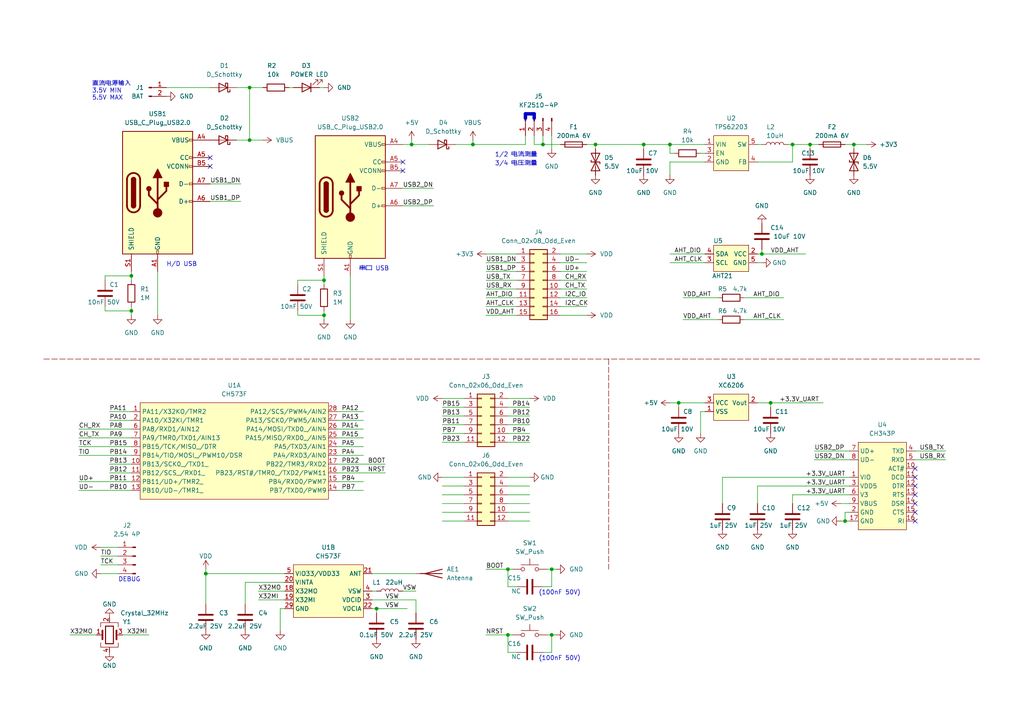
<source format=kicad_sch>
(kicad_sch (version 20211123) (generator eeschema)
  (paper "A4")
  (lib_symbols
    (symbol "CH573F_1"
      (property "Reference" "U" (at 1.27 1.27 0))
      (property "Value" "CH573F_1" (at 3.81 -29.21 0))
      (symbol "CH573F_1_1_0"
        (pin bidirectional line (at -2.54 -2.54 0) (length 2.54) (name "PA11/X32KO/TMR2") (number "1"))
        (pin bidirectional line (at -2.54 -17.78 0) (length 2.54) (name "PB13/SCK0_/TXD1_") (number "10"))
        (pin bidirectional line (at -2.54 -20.32 0) (length 2.54) (name "PB12/SCS_/RXD1_") (number "11"))
        (pin bidirectional line (at -2.54 -22.86 0) (length 2.54) (name "PB11/UD+/TMR2_") (number "12"))
        (pin bidirectional line (at -2.54 -25.4 0) (length 2.54) (name "PB10/UD-/TMR1_") (number "13"))
        (pin bidirectional line (at 57.15 -25.4 180) (length 2.54) (name "PB7/TXD0/PWM9") (number "14"))
        (pin bidirectional line (at 57.15 -22.86 180) (length 2.54) (name "PB4/RXD0/PWM7") (number "15"))
        (pin bidirectional line (at 57.15 -20.32 180) (length 2.54) (name "PB23/RST#/TMR0_/TXD2/PWM11") (number "16"))
        (pin bidirectional line (at 57.15 -17.78 180) (length 2.54) (name "PB22/TMR3/RXD2") (number "17"))
        (pin bidirectional line (at -2.54 -5.08 0) (length 2.54) (name "PA10/X32KI/TMR1") (number "2"))
        (pin bidirectional line (at 57.15 -15.24 180) (length 2.54) (name "PA4/RXD3/AIN0") (number "23"))
        (pin bidirectional line (at 57.15 -12.7 180) (length 2.54) (name "PA5/TXD3/AIN1") (number "24"))
        (pin bidirectional line (at 57.15 -10.16 180) (length 2.54) (name "PA15/MISO/RXD0_/AIN5") (number "25"))
        (pin bidirectional line (at 57.15 -7.62 180) (length 2.54) (name "PA14/MOSI/TXD0_/AIN4") (number "26"))
        (pin bidirectional line (at 57.15 -5.08 180) (length 2.54) (name "PA13/SCK0/PWM5/AIN3") (number "27"))
        (pin bidirectional line (at 57.15 -2.54 180) (length 2.54) (name "PA12/SCS/PWM4/AIN2") (number "28"))
        (pin bidirectional line (at -2.54 -7.62 0) (length 2.54) (name "PA8/RXD1/AIN12") (number "6"))
        (pin bidirectional line (at -2.54 -10.16 0) (length 2.54) (name "PA9/TMR0/TXD1/AIN13") (number "7"))
        (pin bidirectional line (at -2.54 -12.7 0) (length 2.54) (name "PB15/TCK/MISO_/DTR") (number "8"))
        (pin bidirectional line (at -2.54 -15.24 0) (length 2.54) (name "PB14/TIO/MOSI_/PWM10/DSR") (number "9"))
      )
      (symbol "CH573F_1_2_0"
        (pin output line (at -2.54 -7.62 0) (length 2.54) (name "X32MO") (number "18"))
        (pin input line (at -2.54 -10.16 0) (length 2.54) (name "X32MI") (number "19"))
        (pin power_in line (at -2.54 -5.08 0) (length 2.54) (name "VINTA") (number "20"))
        (pin output line (at 22.86 -2.54 180) (length 2.54) (name "ANT") (number "21"))
        (pin power_in line (at 22.86 -12.7 180) (length 2.54) (name "VDCIA") (number "22"))
        (pin power_in line (at 22.86 -10.16 180) (length 2.54) (name "VDCID") (number "3"))
        (pin power_out line (at 22.86 -7.62 180) (length 2.54) (name "VSW") (number "4"))
        (pin power_in line (at -2.54 -2.54 0) (length 2.54) (name "VIO33/VDD33") (number "5"))
      )
      (symbol "CH573F_1_2_1"
        (pin passive line (at -2.54 -12.7 0) (length 2.54) (name "GND") (number "29"))
      )
    )
    (symbol "Connector:Conn_01x02_Male" (pin_names (offset 1.016) hide)
      (property "Reference" "J" (at 0 2.54 0))
      (property "Value" "Conn_01x02_Male" (at 0 -5.08 0))
      (symbol "Conn_01x02_Male_1_1"
        (pin passive line (at 5.08 0 180) (length 3.81) (name "Pin_1") (number "1"))
        (pin passive line (at 5.08 -2.54 180) (length 3.81) (name "Pin_2") (number "2"))
      )
    )
    (symbol "Connector:Conn_01x04_Male" (pin_names (offset 1.016) hide)
      (property "Reference" "J" (at 0 5.08 0))
      (property "Value" "Conn_01x04_Male" (at 0 -7.62 0))
      (symbol "Conn_01x04_Male_1_1"
        (pin passive line (at 5.08 2.54 180) (length 3.81) (name "Pin_1") (number "1"))
        (pin passive line (at 5.08 0 180) (length 3.81) (name "Pin_2") (number "2"))
        (pin passive line (at 5.08 -2.54 180) (length 3.81) (name "Pin_3") (number "3"))
        (pin passive line (at 5.08 -5.08 180) (length 3.81) (name "Pin_4") (number "4"))
      )
    )
    (symbol "Connector:USB_C_Plug_USB2.0" (pin_names (offset 1.016))
      (property "Reference" "P" (at -10.16 19.05 0))
      (property "Value" "USB_C_Plug_USB2.0" (at 12.7 19.05 0))
      (symbol "USB_C_Plug_USB2.0_1_1"
        (pin passive line (at 0 -22.86 90) (length 5.08) (name "GND") (number "A1"))
        (pin passive line (at 0 -22.86 90) (length 5.08) hide (name "GND") (number "A12"))
        (pin passive line (at 15.24 15.24 180) (length 5.08) (name "VBUS") (number "A4"))
        (pin bidirectional line (at 15.24 10.16 180) (length 5.08) (name "CC") (number "A5"))
        (pin bidirectional line (at 15.24 -2.54 180) (length 5.08) (name "D+") (number "A6"))
        (pin bidirectional line (at 15.24 2.54 180) (length 5.08) (name "D-") (number "A7"))
        (pin passive line (at 15.24 15.24 180) (length 5.08) hide (name "VBUS") (number "A9"))
        (pin passive line (at 0 -22.86 90) (length 5.08) hide (name "GND") (number "B1"))
        (pin passive line (at 0 -22.86 90) (length 5.08) hide (name "GND") (number "B12"))
        (pin passive line (at 15.24 15.24 180) (length 5.08) hide (name "VBUS") (number "B4"))
        (pin bidirectional line (at 15.24 7.62 180) (length 5.08) (name "VCONN") (number "B5"))
        (pin passive line (at 15.24 15.24 180) (length 5.08) hide (name "VBUS") (number "B9"))
        (pin passive line (at -7.62 -22.86 90) (length 5.08) (name "SHIELD") (number "S1"))
      )
    )
    (symbol "Connector_Generic:Conn_02x06_Odd_Even" (pin_names (offset 1.016) hide)
      (property "Reference" "J" (at 1.27 7.62 0))
      (property "Value" "Conn_02x06_Odd_Even" (at 1.27 -10.16 0))
      (symbol "Conn_02x06_Odd_Even_1_1"
        (pin passive line (at -5.08 5.08 0) (length 3.81) (name "Pin_1") (number "1"))
        (pin passive line (at 7.62 -5.08 180) (length 3.81) (name "Pin_10") (number "10"))
        (pin passive line (at -5.08 -7.62 0) (length 3.81) (name "Pin_11") (number "11"))
        (pin passive line (at 7.62 -7.62 180) (length 3.81) (name "Pin_12") (number "12"))
        (pin passive line (at 7.62 5.08 180) (length 3.81) (name "Pin_2") (number "2"))
        (pin passive line (at -5.08 2.54 0) (length 3.81) (name "Pin_3") (number "3"))
        (pin passive line (at 7.62 2.54 180) (length 3.81) (name "Pin_4") (number "4"))
        (pin passive line (at -5.08 0 0) (length 3.81) (name "Pin_5") (number "5"))
        (pin passive line (at 7.62 0 180) (length 3.81) (name "Pin_6") (number "6"))
        (pin passive line (at -5.08 -2.54 0) (length 3.81) (name "Pin_7") (number "7"))
        (pin passive line (at 7.62 -2.54 180) (length 3.81) (name "Pin_8") (number "8"))
        (pin passive line (at -5.08 -5.08 0) (length 3.81) (name "Pin_9") (number "9"))
      )
    )
    (symbol "Connector_Generic:Conn_02x08_Odd_Even" (pin_names (offset 1.016) hide)
      (property "Reference" "J" (at 1.27 10.16 0))
      (property "Value" "Conn_02x08_Odd_Even" (at 1.27 -12.7 0))
      (symbol "Conn_02x08_Odd_Even_1_1"
        (pin passive line (at -5.08 7.62 0) (length 3.81) (name "Pin_1") (number "1"))
        (pin passive line (at 7.62 -2.54 180) (length 3.81) (name "Pin_10") (number "10"))
        (pin passive line (at -5.08 -5.08 0) (length 3.81) (name "Pin_11") (number "11"))
        (pin passive line (at 7.62 -5.08 180) (length 3.81) (name "Pin_12") (number "12"))
        (pin passive line (at -5.08 -7.62 0) (length 3.81) (name "Pin_13") (number "13"))
        (pin passive line (at 7.62 -7.62 180) (length 3.81) (name "Pin_14") (number "14"))
        (pin passive line (at -5.08 -10.16 0) (length 3.81) (name "Pin_15") (number "15"))
        (pin passive line (at 7.62 -10.16 180) (length 3.81) (name "Pin_16") (number "16"))
        (pin passive line (at 7.62 7.62 180) (length 3.81) (name "Pin_2") (number "2"))
        (pin passive line (at -5.08 5.08 0) (length 3.81) (name "Pin_3") (number "3"))
        (pin passive line (at 7.62 5.08 180) (length 3.81) (name "Pin_4") (number "4"))
        (pin passive line (at -5.08 2.54 0) (length 3.81) (name "Pin_5") (number "5"))
        (pin passive line (at 7.62 2.54 180) (length 3.81) (name "Pin_6") (number "6"))
        (pin passive line (at -5.08 0 0) (length 3.81) (name "Pin_7") (number "7"))
        (pin passive line (at 7.62 0 180) (length 3.81) (name "Pin_8") (number "8"))
        (pin passive line (at -5.08 -2.54 0) (length 3.81) (name "Pin_9") (number "9"))
      )
    )
    (symbol "Device:Antenna" (pin_numbers hide) (pin_names (offset 1.016) hide)
      (property "Reference" "AE" (at -1.905 1.905 0))
      (property "Value" "Antenna" (at -1.905 0 0))
      (symbol "Antenna_1_1"
        (pin input line (at 0 -5.08 90) (length 2.54) (name "A") (number "1"))
      )
    )
    (symbol "Device:C" (pin_numbers hide) (pin_names (offset 0.254))
      (property "Reference" "C" (at 0.635 2.54 0))
      (property "Value" "C" (at 0.635 -2.54 0))
      (symbol "C_1_1"
        (pin passive line (at 0 3.81 270) (length 2.794) (name "~") (number "1"))
        (pin passive line (at 0 -3.81 90) (length 2.794) (name "~") (number "2"))
      )
    )
    (symbol "Device:Crystal_GND24" (pin_names (offset 1.016) hide)
      (property "Reference" "Y" (at 3.175 5.08 0))
      (property "Value" "Crystal_GND24" (at 3.175 3.175 0))
      (symbol "Crystal_GND24_1_1"
        (pin passive line (at -3.81 0 0) (length 1.27) (name "1") (number "1"))
        (pin passive line (at 0 5.08 270) (length 1.27) (name "2") (number "2"))
        (pin passive line (at 3.81 0 180) (length 1.27) (name "3") (number "3"))
        (pin passive line (at 0 -5.08 90) (length 1.27) (name "4") (number "4"))
      )
    )
    (symbol "Device:D_Schottky" (pin_numbers hide) (pin_names (offset 1.016) hide)
      (property "Reference" "D" (at 0 2.54 0))
      (property "Value" "D_Schottky" (at 0 -2.54 0))
      (symbol "D_Schottky_1_1"
        (pin passive line (at -3.81 0 0) (length 2.54) (name "K") (number "1"))
        (pin passive line (at 3.81 0 180) (length 2.54) (name "A") (number "2"))
      )
    )
    (symbol "Device:D_TVS" (pin_numbers hide) (pin_names (offset 1.016) hide)
      (property "Reference" "D" (at 0 2.54 0))
      (property "Value" "D_TVS" (at 0 -2.54 0))
      (symbol "D_TVS_1_1"
        (pin passive line (at -3.81 0 0) (length 2.54) (name "A1") (number "1"))
        (pin passive line (at 3.81 0 180) (length 2.54) (name "A2") (number "2"))
      )
    )
    (symbol "Device:Fuse" (pin_numbers hide) (pin_names (offset 0))
      (property "Reference" "F" (at 2.032 0 90))
      (property "Value" "Fuse" (at -1.905 0 90))
      (symbol "Fuse_1_1"
        (pin passive line (at 0 3.81 270) (length 1.27) (name "~") (number "1"))
        (pin passive line (at 0 -3.81 90) (length 1.27) (name "~") (number "2"))
      )
    )
    (symbol "Device:L" (pin_numbers hide) (pin_names (offset 1.016) hide)
      (property "Reference" "L" (at -1.27 0 90))
      (property "Value" "L" (at 1.905 0 90))
      (symbol "L_1_1"
        (pin passive line (at 0 3.81 270) (length 1.27) (name "1") (number "1"))
        (pin passive line (at 0 -3.81 90) (length 1.27) (name "2") (number "2"))
      )
    )
    (symbol "Device:LED" (pin_numbers hide) (pin_names (offset 1.016) hide)
      (property "Reference" "D" (at 0 2.54 0))
      (property "Value" "LED" (at 0 -2.54 0))
      (symbol "LED_1_1"
        (pin passive line (at -3.81 0 0) (length 2.54) (name "K") (number "1"))
        (pin passive line (at 3.81 0 180) (length 2.54) (name "A") (number "2"))
      )
    )
    (symbol "Device:R" (pin_numbers hide) (pin_names (offset 0))
      (property "Reference" "R" (at 2.032 0 90))
      (property "Value" "R" (at 0 0 90))
      (symbol "R_1_1"
        (pin passive line (at 0 3.81 270) (length 1.27) (name "~") (number "1"))
        (pin passive line (at 0 -3.81 90) (length 1.27) (name "~") (number "2"))
      )
    )
    (symbol "NT_POWER:TPS62203"
      (property "Reference" "U" (at 0 0 0))
      (property "Value" "TPS62203" (at 0 0 0))
      (symbol "TPS62203_1_1"
        (pin power_in line (at -7.62 -3.81 0) (length 2.54) (name "VIN") (number "1"))
        (pin passive line (at -7.62 -8.89 0) (length 2.54) (name "GND") (number "2"))
        (pin input line (at -7.62 -6.35 0) (length 2.54) (name "EN") (number "3"))
        (pin input line (at 7.62 -8.89 180) (length 2.54) (name "FB") (number "4"))
        (pin power_in line (at 7.62 -3.81 180) (length 2.54) (name "SW") (number "5"))
      )
    )
    (symbol "NT_Sensor:AHT21"
      (property "Reference" "U" (at 3.81 0 0))
      (property "Value" "AHT21" (at -2.54 0 0))
      (symbol "AHT21_1_1"
        (pin input line (at -11.43 -12.7 0) (length 2.54) hide (name "NC") (number "1"))
        (pin power_in line (at 7.62 -3.81 180) (length 2.54) (name "VCC") (number "2"))
        (pin input line (at -7.62 -6.35 0) (length 2.54) (name "SCL") (number "3"))
        (pin bidirectional line (at -7.62 -3.81 0) (length 2.54) (name "SDA") (number "4"))
        (pin passive line (at 7.62 -6.35 180) (length 2.54) (name "GND") (number "5"))
        (pin input line (at -11.43 -15.24 0) (length 2.54) hide (name "NC") (number "6"))
      )
    )
    (symbol "NT_WCH:CH343P"
      (property "Reference" "U" (at 12.7 26.67 0))
      (property "Value" "CH343P" (at 3.81 26.67 0))
      (symbol "CH343P_0_0"
        (pin power_in line (at -2.54 15.24 0) (length 2.54) (name "VIO") (number "1"))
        (pin output line (at 16.51 17.78 180) (length 2.54) (name "ACT#") (number "10"))
        (pin input line (at 16.51 15.24 180) (length 2.54) (name "DCD") (number "11"))
        (pin bidirectional line (at 16.51 12.7 180) (length 2.54) (name "DTR") (number "12"))
        (pin output line (at 16.51 10.16 180) (length 2.54) (name "RTS") (number "13"))
        (pin input line (at 16.51 7.62 180) (length 2.54) (name "DSR") (number "14"))
        (pin bidirectional line (at 16.51 5.08 180) (length 2.54) (name "CTS") (number "15"))
        (pin unspecified line (at 16.51 2.54 180) (length 2.54) (name "RI") (number "16"))
        (pin passive line (at -2.54 2.54 0) (length 2.54) (name "GND") (number "17"))
        (pin passive line (at -2.54 5.08 0) (length 2.54) (name "GND") (number "2"))
        (pin power_in line (at -2.54 12.7 0) (length 2.54) (name "VDD5") (number "3"))
        (pin output line (at 16.51 22.86 180) (length 2.54) (name "TXD") (number "4"))
        (pin input line (at 16.51 20.32 180) (length 2.54) (name "RXD") (number "5"))
        (pin power_in line (at -2.54 10.16 0) (length 2.54) (name "V3") (number "6"))
        (pin bidirectional line (at -2.54 22.86 0) (length 2.54) (name "UD+") (number "7"))
        (pin bidirectional line (at -2.54 20.32 0) (length 2.54) (name "UD-") (number "8"))
        (pin input line (at -2.54 7.62 0) (length 2.54) (name "VBUS") (number "9"))
      )
    )
    (symbol "NT_WCH:CH573F"
      (property "Reference" "U" (at 1.27 1.27 0))
      (property "Value" "CH573F" (at 3.81 -29.21 0))
      (symbol "CH573F_1_0"
        (pin bidirectional line (at -2.54 -2.54 0) (length 2.54) (name "PA11/X32KO/TMR2") (number "1"))
        (pin bidirectional line (at -2.54 -17.78 0) (length 2.54) (name "PB13/SCK0_/TXD1_") (number "10"))
        (pin bidirectional line (at -2.54 -20.32 0) (length 2.54) (name "PB12/SCS_/RXD1_") (number "11"))
        (pin bidirectional line (at -2.54 -22.86 0) (length 2.54) (name "PB11/UD+/TMR2_") (number "12"))
        (pin bidirectional line (at -2.54 -25.4 0) (length 2.54) (name "PB10/UD-/TMR1_") (number "13"))
        (pin bidirectional line (at 57.15 -25.4 180) (length 2.54) (name "PB7/TXD0/PWM9") (number "14"))
        (pin bidirectional line (at 57.15 -22.86 180) (length 2.54) (name "PB4/RXD0/PWM7") (number "15"))
        (pin bidirectional line (at 57.15 -20.32 180) (length 2.54) (name "PB23/RST#/TMR0_/TXD2/PWM11") (number "16"))
        (pin bidirectional line (at 57.15 -17.78 180) (length 2.54) (name "PB22/TMR3/RXD2") (number "17"))
        (pin bidirectional line (at -2.54 -5.08 0) (length 2.54) (name "PA10/X32KI/TMR1") (number "2"))
        (pin bidirectional line (at 57.15 -15.24 180) (length 2.54) (name "PA4/RXD3/AIN0") (number "23"))
        (pin bidirectional line (at 57.15 -12.7 180) (length 2.54) (name "PA5/TXD3/AIN1") (number "24"))
        (pin bidirectional line (at 57.15 -10.16 180) (length 2.54) (name "PA15/MISO/RXD0_/AIN5") (number "25"))
        (pin bidirectional line (at 57.15 -7.62 180) (length 2.54) (name "PA14/MOSI/TXD0_/AIN4") (number "26"))
        (pin bidirectional line (at 57.15 -5.08 180) (length 2.54) (name "PA13/SCK0/PWM5/AIN3") (number "27"))
        (pin bidirectional line (at 57.15 -2.54 180) (length 2.54) (name "PA12/SCS/PWM4/AIN2") (number "28"))
        (pin bidirectional line (at -2.54 -7.62 0) (length 2.54) (name "PA8/RXD1/AIN12") (number "6"))
        (pin bidirectional line (at -2.54 -10.16 0) (length 2.54) (name "PA9/TMR0/TXD1/AIN13") (number "7"))
        (pin bidirectional line (at -2.54 -12.7 0) (length 2.54) (name "PB15/TCK/MISO_/DTR") (number "8"))
        (pin bidirectional line (at -2.54 -15.24 0) (length 2.54) (name "PB14/TIO/MOSI_/PWM10/DSR") (number "9"))
      )
      (symbol "CH573F_2_0"
        (pin output line (at -2.54 -7.62 0) (length 2.54) (name "X32MO") (number "18"))
        (pin input line (at -2.54 -10.16 0) (length 2.54) (name "X32MI") (number "19"))
        (pin power_in line (at -2.54 -5.08 0) (length 2.54) (name "VINTA") (number "20"))
        (pin output line (at 22.86 -2.54 180) (length 2.54) (name "ANT") (number "21"))
        (pin power_in line (at 22.86 -12.7 180) (length 2.54) (name "VDCIA") (number "22"))
        (pin power_in line (at 22.86 -10.16 180) (length 2.54) (name "VDCID") (number "3"))
        (pin power_out line (at 22.86 -7.62 180) (length 2.54) (name "VSW") (number "4"))
        (pin power_in line (at -2.54 -2.54 0) (length 2.54) (name "VIO33/VDD33") (number "5"))
      )
      (symbol "CH573F_2_1"
        (pin passive line (at -2.54 -12.7 0) (length 2.54) (name "GND") (number "0"))
      )
    )
    (symbol "Switch:SW_Push" (pin_numbers hide) (pin_names (offset 1.016) hide)
      (property "Reference" "SW" (at 1.27 2.54 0))
      (property "Value" "SW_Push" (at 0 -1.524 0))
      (symbol "SW_Push_0_1"
        (pin passive line (at -5.08 0 0) (length 2.54) (name "1") (number "1"))
        (pin passive line (at 5.08 0 180) (length 2.54) (name "2") (number "2"))
      )
    )
    (symbol "XC6206_1"
      (property "Reference" "U" (at 3.81 3.81 0))
      (property "Value" "XC6206_1" (at -2.54 3.81 0))
      (symbol "XC6206_1_1_1"
        (pin passive line (at -7.62 -2.54 0) (length 2.54) (name "VSS") (number "1"))
        (pin power_out line (at 7.62 0 180) (length 2.54) (name "Vout") (number "2"))
        (pin power_in line (at -7.62 0 0) (length 2.54) (name "VCC") (number "3"))
      )
    )
    (symbol "power:+3.3V" (power) (pin_names (offset 0))
      (property "Value" "+3.3V" (at 0 3.556 0))
      (symbol "+3.3V_1_1"
        (pin power_in line (at 0 0 90) (length 0) hide (name "+3V3") (number "1"))
      )
    )
    (symbol "power:+5V" (power) (pin_names (offset 0))
      (property "Value" "+5V" (at 0 3.556 0))
      (symbol "+5V_1_1"
        (pin power_in line (at 0 0 90) (length 0) hide (name "+5V") (number "1"))
      )
    )
    (symbol "power:GND" (power) (pin_names (offset 0))
      (property "Value" "GND" (at 0 -3.81 0))
      (symbol "GND_1_1"
        (pin power_in line (at 0 0 270) (length 0) hide (name "GND") (number "1"))
      )
    )
    (symbol "power:VBUS" (power) (pin_names (offset 0))
      (property "Value" "VBUS" (at 0 3.81 0))
      (symbol "VBUS_1_1"
        (pin power_in line (at 0 0 90) (length 0) hide (name "VBUS") (number "1"))
      )
    )
    (symbol "power:VDD" (power) (pin_names (offset 0))
      (property "Value" "VDD" (at 0 3.81 0))
      (symbol "VDD_1_1"
        (pin power_in line (at 0 0 90) (length 0) hide (name "VDD") (number "1"))
      )
    )
  )
  (junction (at 247.65 41.91))
  (junction (at 245.11 151.13))
  (junction (at 119.38 41.91))
  (junction (at 93.98 81.28))
  (junction (at 93.98 91.44))
  (junction (at 147.32 184.15))
  (junction (at 72.39 25.4))
  (junction (at 160.02 165.1))
  (junction (at 220.98 73.66))
  (junction (at 109.22 176.53))
  (junction (at 172.72 41.91))
  (junction (at 196.85 116.84))
  (junction (at 38.1 90.17))
  (junction (at 147.32 165.1))
  (junction (at 38.1 80.01))
  (junction (at 194.31 41.91))
  (junction (at 72.39 40.64))
  (junction (at 157.48 41.91))
  (junction (at 223.52 116.84))
  (junction (at 186.69 41.91))
  (junction (at 229.87 41.91))
  (junction (at 59.69 166.37))
  (junction (at 137.16 41.91))
  (junction (at 234.95 41.91))
  (junction (at 160.02 184.15))
  (no_connect (at 60.96 45.72))
  (no_connect (at 60.96 48.26))
  (no_connect (at 116.84 46.99))
  (no_connect (at 116.84 49.53))
  (no_connect (at 265.43 135.89))
  (no_connect (at 265.43 146.05))
  (no_connect (at 265.43 143.51))
  (no_connect (at 265.43 140.97))
  (no_connect (at 265.43 148.59))
  (no_connect (at 265.43 151.13))
  (no_connect (at 265.43 138.43))
  (wire (pts (xy 219.71 73.66) (xy 220.98 73.66)))
  (wire (pts (xy 234.95 41.91) (xy 237.49 41.91)))
  (wire (pts (xy 160.02 165.1) (xy 158.75 165.1)))
  (wire (pts (xy 162.56 83.82) (xy 170.18 83.82)))
  (wire (pts (xy 140.97 81.28) (xy 149.86 81.28)))
  (wire (pts (xy 160.02 39.37) (xy 160.02 43.18)))
  (wire (pts (xy 38.1 78.74) (xy 38.1 80.01)))
  (wire (pts (xy 119.38 40.64) (xy 119.38 41.91)))
  (wire (pts (xy 149.86 170.18) (xy 147.32 170.18)))
  (wire (pts (xy 74.93 173.99) (xy 82.55 173.99)))
  (wire (pts (xy 68.58 40.64) (xy 72.39 40.64)))
  (wire (pts (xy 22.86 139.7) (xy 38.1 139.7)))
  (wire (pts (xy 140.97 165.1) (xy 147.32 165.1)))
  (wire (pts (xy 137.16 41.91) (xy 152.4 41.91)))
  (wire (pts (xy 219.71 46.99) (xy 229.87 46.99)))
  (wire (pts (xy 72.39 25.4) (xy 76.2 25.4)))
  (wire (pts (xy 20.32 184.15) (xy 27.94 184.15)))
  (wire (pts (xy 147.32 148.59) (xy 153.67 148.59)))
  (wire (pts (xy 157.48 39.37) (xy 157.48 41.91)))
  (wire (pts (xy 29.21 161.29) (xy 34.29 161.29)))
  (wire (pts (xy 198.12 86.36) (xy 208.28 86.36)))
  (wire (pts (xy 194.31 116.84) (xy 196.85 116.84)))
  (wire (pts (xy 161.29 165.1) (xy 160.02 165.1)))
  (wire (pts (xy 229.87 143.51) (xy 229.87 146.05)))
  (wire (pts (xy 86.36 90.17) (xy 86.36 91.44)))
  (polyline (pts (xy 176.53 104.14) (xy 176.53 165.1)) (stroke (width 0) (color 132 0 0 1)))
  (wire (pts (xy 85.09 25.4) (xy 83.82 25.4)))
  (wire (pts (xy 160.02 189.23) (xy 160.02 184.15)))
  (wire (pts (xy 140.97 88.9) (xy 149.86 88.9)))
  (wire (pts (xy 30.48 81.28) (xy 30.48 80.01)))
  (wire (pts (xy 209.55 138.43) (xy 246.38 138.43)))
  (wire (pts (xy 147.32 170.18) (xy 147.32 165.1)))
  (wire (pts (xy 140.97 86.36) (xy 149.86 86.36)))
  (wire (pts (xy 59.69 166.37) (xy 59.69 175.26)))
  (wire (pts (xy 157.48 170.18) (xy 160.02 170.18)))
  (wire (pts (xy 31.75 119.38) (xy 38.1 119.38)))
  (polyline (pts (xy 152.4 33.02) (xy 152.4 34.29)) (stroke (width 1) (type solid)))
  (wire (pts (xy 45.72 91.44) (xy 45.72 78.74)))
  (wire (pts (xy 74.93 171.45) (xy 82.55 171.45)))
  (wire (pts (xy 128.27 140.97) (xy 134.62 140.97)))
  (wire (pts (xy 72.39 25.4) (xy 72.39 40.64)))
  (wire (pts (xy 160.02 170.18) (xy 160.02 165.1)))
  (wire (pts (xy 107.95 171.45) (xy 109.22 171.45)))
  (wire (pts (xy 147.32 151.13) (xy 153.67 151.13)))
  (wire (pts (xy 140.97 184.15) (xy 147.32 184.15)))
  (wire (pts (xy 68.58 25.4) (xy 72.39 25.4)))
  (wire (pts (xy 97.79 129.54) (xy 105.41 129.54)))
  (wire (pts (xy 234.95 41.91) (xy 234.95 43.18)))
  (wire (pts (xy 116.84 171.45) (xy 120.65 171.45)))
  (wire (pts (xy 157.48 41.91) (xy 162.56 41.91)))
  (wire (pts (xy 147.32 120.65) (xy 153.67 120.65)))
  (wire (pts (xy 162.56 88.9) (xy 170.18 88.9)))
  (wire (pts (xy 162.56 81.28) (xy 170.18 81.28)))
  (wire (pts (xy 97.79 127) (xy 105.41 127)))
  (polyline (pts (xy 152.4 33.02) (xy 154.94 33.02)) (stroke (width 1) (type solid)))
  (wire (pts (xy 128.27 151.13) (xy 134.62 151.13)))
  (wire (pts (xy 147.32 146.05) (xy 153.67 146.05)))
  (wire (pts (xy 194.31 44.45) (xy 195.58 44.45)))
  (wire (pts (xy 71.12 168.91) (xy 71.12 175.26)))
  (wire (pts (xy 154.94 39.37) (xy 154.94 41.91)))
  (wire (pts (xy 109.22 176.53) (xy 118.11 176.53)))
  (wire (pts (xy 147.32 140.97) (xy 153.67 140.97)))
  (wire (pts (xy 243.84 146.05) (xy 246.38 146.05)))
  (wire (pts (xy 228.6 41.91) (xy 229.87 41.91)))
  (wire (pts (xy 265.43 130.81) (xy 274.32 130.81)))
  (wire (pts (xy 119.38 41.91) (xy 116.84 41.91)))
  (wire (pts (xy 38.1 80.01) (xy 38.1 81.28)))
  (wire (pts (xy 35.56 184.15) (xy 43.18 184.15)))
  (wire (pts (xy 194.31 46.99) (xy 194.31 50.8)))
  (wire (pts (xy 153.67 138.43) (xy 147.32 138.43)))
  (wire (pts (xy 219.71 116.84) (xy 223.52 116.84)))
  (wire (pts (xy 30.48 88.9) (xy 30.48 90.17)))
  (wire (pts (xy 160.02 184.15) (xy 158.75 184.15)))
  (wire (pts (xy 147.32 118.11) (xy 153.67 118.11)))
  (wire (pts (xy 223.52 116.84) (xy 238.76 116.84)))
  (wire (pts (xy 247.65 41.91) (xy 251.46 41.91)))
  (wire (pts (xy 149.86 189.23) (xy 147.32 189.23)))
  (wire (pts (xy 194.31 73.66) (xy 204.47 73.66)))
  (wire (pts (xy 93.98 90.17) (xy 93.98 91.44)))
  (wire (pts (xy 59.69 165.1) (xy 59.69 166.37)))
  (wire (pts (xy 245.11 151.13) (xy 246.38 151.13)))
  (wire (pts (xy 196.85 116.84) (xy 204.47 116.84)))
  (wire (pts (xy 152.4 39.37) (xy 152.4 41.91)))
  (wire (pts (xy 82.55 168.91) (xy 71.12 168.91)))
  (wire (pts (xy 60.96 53.34) (xy 69.85 53.34)))
  (wire (pts (xy 22.86 124.46) (xy 38.1 124.46)))
  (wire (pts (xy 147.32 128.27) (xy 153.67 128.27)))
  (wire (pts (xy 109.22 176.53) (xy 109.22 177.8)))
  (wire (pts (xy 97.79 134.62) (xy 111.76 134.62)))
  (wire (pts (xy 215.9 92.71) (xy 227.33 92.71)))
  (wire (pts (xy 140.97 76.2) (xy 149.86 76.2)))
  (wire (pts (xy 219.71 140.97) (xy 219.71 146.05)))
  (wire (pts (xy 31.75 134.62) (xy 38.1 134.62)))
  (wire (pts (xy 97.79 142.24) (xy 105.41 142.24)))
  (wire (pts (xy 22.86 129.54) (xy 38.1 129.54)))
  (wire (pts (xy 265.43 133.35) (xy 274.32 133.35)))
  (wire (pts (xy 247.65 43.18) (xy 247.65 41.91)))
  (wire (pts (xy 147.32 184.15) (xy 148.59 184.15)))
  (wire (pts (xy 29.21 163.83) (xy 34.29 163.83)))
  (wire (pts (xy 97.79 139.7) (xy 105.41 139.7)))
  (wire (pts (xy 120.65 173.99) (xy 120.65 177.8)))
  (wire (pts (xy 81.28 176.53) (xy 82.55 176.53)))
  (wire (pts (xy 147.32 125.73) (xy 153.67 125.73)))
  (wire (pts (xy 97.79 124.46) (xy 105.41 124.46)))
  (wire (pts (xy 220.98 72.39) (xy 220.98 73.66)))
  (wire (pts (xy 72.39 40.64) (xy 76.2 40.64)))
  (wire (pts (xy 116.84 59.69) (xy 125.73 59.69)))
  (wire (pts (xy 82.55 166.37) (xy 59.69 166.37)))
  (wire (pts (xy 147.32 189.23) (xy 147.32 184.15)))
  (wire (pts (xy 204.47 119.38) (xy 203.2 119.38)))
  (wire (pts (xy 223.52 116.84) (xy 223.52 118.11)))
  (wire (pts (xy 22.86 127) (xy 38.1 127)))
  (wire (pts (xy 31.75 137.16) (xy 38.1 137.16)))
  (wire (pts (xy 60.96 58.42) (xy 69.85 58.42)))
  (polyline (pts (xy 154.94 33.02) (xy 154.94 34.29)) (stroke (width 1) (type solid)))
  (wire (pts (xy 128.27 143.51) (xy 134.62 143.51)))
  (wire (pts (xy 137.16 40.64) (xy 137.16 41.91)))
  (wire (pts (xy 48.26 25.4) (xy 60.96 25.4)))
  (wire (pts (xy 172.72 41.91) (xy 186.69 41.91)))
  (wire (pts (xy 236.22 133.35) (xy 246.38 133.35)))
  (wire (pts (xy 140.97 83.82) (xy 149.86 83.82)))
  (wire (pts (xy 30.48 90.17) (xy 38.1 90.17)))
  (wire (pts (xy 128.27 125.73) (xy 134.62 125.73)))
  (wire (pts (xy 236.22 130.81) (xy 246.38 130.81)))
  (wire (pts (xy 128.27 123.19) (xy 134.62 123.19)))
  (wire (pts (xy 204.47 41.91) (xy 194.31 41.91)))
  (wire (pts (xy 147.32 123.19) (xy 153.67 123.19)))
  (wire (pts (xy 140.97 73.66) (xy 149.86 73.66)))
  (wire (pts (xy 194.31 41.91) (xy 186.69 41.91)))
  (wire (pts (xy 86.36 91.44) (xy 93.98 91.44)))
  (wire (pts (xy 161.29 184.15) (xy 160.02 184.15)))
  (wire (pts (xy 194.31 46.99) (xy 204.47 46.99)))
  (wire (pts (xy 203.2 44.45) (xy 204.47 44.45)))
  (wire (pts (xy 194.31 44.45) (xy 194.31 41.91)))
  (wire (pts (xy 29.21 166.37) (xy 34.29 166.37)))
  (wire (pts (xy 245.11 148.59) (xy 245.11 151.13)))
  (wire (pts (xy 203.2 119.38) (xy 203.2 125.73)))
  (wire (pts (xy 162.56 78.74) (xy 170.18 78.74)))
  (wire (pts (xy 209.55 138.43) (xy 209.55 146.05)))
  (wire (pts (xy 22.86 132.08) (xy 38.1 132.08)))
  (wire (pts (xy 219.71 41.91) (xy 220.98 41.91)))
  (wire (pts (xy 128.27 138.43) (xy 134.62 138.43)))
  (wire (pts (xy 170.18 41.91) (xy 172.72 41.91)))
  (wire (pts (xy 196.85 116.84) (xy 196.85 118.11)))
  (wire (pts (xy 120.65 173.99) (xy 107.95 173.99)))
  (wire (pts (xy 22.86 142.24) (xy 38.1 142.24)))
  (polyline (pts (xy 12.7 104.14) (xy 284.48 104.14)) (stroke (width 0) (type dash) (color 132 0 0 1)))
  (wire (pts (xy 109.22 176.53) (xy 107.95 176.53)))
  (wire (pts (xy 220.98 76.2) (xy 219.71 76.2)))
  (wire (pts (xy 107.95 166.37) (xy 120.65 166.37)))
  (wire (pts (xy 38.1 90.17) (xy 38.1 91.44)))
  (wire (pts (xy 246.38 148.59) (xy 245.11 148.59)))
  (wire (pts (xy 147.32 165.1) (xy 148.59 165.1)))
  (wire (pts (xy 162.56 73.66) (xy 170.18 73.66)))
  (wire (pts (xy 116.84 54.61) (xy 125.73 54.61)))
  (wire (pts (xy 140.97 91.44) (xy 149.86 91.44)))
  (wire (pts (xy 170.18 91.44) (xy 162.56 91.44)))
  (wire (pts (xy 97.79 121.92) (xy 105.41 121.92)))
  (wire (pts (xy 186.69 41.91) (xy 186.69 43.18)))
  (wire (pts (xy 97.79 137.16) (xy 111.76 137.16)))
  (wire (pts (xy 229.87 46.99) (xy 229.87 41.91)))
  (wire (pts (xy 128.27 120.65) (xy 134.62 120.65)))
  (wire (pts (xy 38.1 88.9) (xy 38.1 90.17)))
  (wire (pts (xy 229.87 143.51) (xy 246.38 143.51)))
  (wire (pts (xy 220.98 73.66) (xy 233.68 73.66)))
  (wire (pts (xy 93.98 80.01) (xy 93.98 81.28)))
  (wire (pts (xy 243.84 151.13) (xy 245.11 151.13)))
  (wire (pts (xy 153.67 115.57) (xy 147.32 115.57)))
  (wire (pts (xy 194.31 76.2) (xy 204.47 76.2)))
  (wire (pts (xy 128.27 146.05) (xy 134.62 146.05)))
  (wire (pts (xy 128.27 128.27) (xy 134.62 128.27)))
  (wire (pts (xy 29.21 158.75) (xy 34.29 158.75)))
  (wire (pts (xy 128.27 148.59) (xy 134.62 148.59)))
  (wire (pts (xy 31.75 121.92) (xy 38.1 121.92)))
  (wire (pts (xy 172.72 41.91) (xy 172.72 43.18)))
  (wire (pts (xy 128.27 115.57) (xy 134.62 115.57)))
  (wire (pts (xy 147.32 143.51) (xy 153.67 143.51)))
  (wire (pts (xy 162.56 76.2) (xy 170.18 76.2)))
  (wire (pts (xy 93.98 91.44) (xy 93.98 92.71)))
  (wire (pts (xy 198.12 92.71) (xy 208.28 92.71)))
  (wire (pts (xy 93.98 25.4) (xy 92.71 25.4)))
  (wire (pts (xy 162.56 86.36) (xy 170.18 86.36)))
  (wire (pts (xy 215.9 86.36) (xy 227.33 86.36)))
  (wire (pts (xy 245.11 41.91) (xy 247.65 41.91)))
  (wire (pts (xy 219.71 140.97) (xy 246.38 140.97)))
  (wire (pts (xy 154.94 41.91) (xy 157.48 41.91)))
  (wire (pts (xy 128.27 118.11) (xy 134.62 118.11)))
  (wire (pts (xy 81.28 176.53) (xy 81.28 182.88)))
  (wire (pts (xy 132.08 41.91) (xy 137.16 41.91)))
  (wire (pts (xy 140.97 78.74) (xy 149.86 78.74)))
  (wire (pts (xy 157.48 189.23) (xy 160.02 189.23)))
  (wire (pts (xy 97.79 119.38) (xy 105.41 119.38)))
  (wire (pts (xy 229.87 41.91) (xy 234.95 41.91)))
  (wire (pts (xy 93.98 81.28) (xy 93.98 82.55)))
  (wire (pts (xy 30.48 80.01) (xy 38.1 80.01)))
  (wire (pts (xy 101.6 92.71) (xy 101.6 80.01)))
  (wire (pts (xy 86.36 82.55) (xy 86.36 81.28)))
  (wire (pts (xy 124.46 41.91) (xy 119.38 41.91)))
  (wire (pts (xy 86.36 81.28) (xy 93.98 81.28)))
  (wire (pts (xy 97.79 132.08) (xy 105.41 132.08)))
  (text "直流电源输入\n3.5V MIN\n5.5V MAX" (at 26.67 29.21 0) (effects (font (size 1.27 1.27)) (justify left bottom)))
  (text "3/4 电压测量" (at 143.51 48.26 0) (effects (font (size 1.27 1.27)) (justify left bottom)))
  (text "(100nF 50V)" (at 156.21 172.72 0) (effects (font (size 1.27 1.27)) (justify left bottom)))
  (text "1/2 电流测量" (at 143.51 45.72 0) (effects (font (size 1.27 1.27)) (justify left bottom)))
  (text "DEBUG" (at 34.29 168.91 0) (effects (font (size 1.27 1.27)) (justify left bottom)))
  (text "(100nF 50V)" (at 156.21 191.77 0) (effects (font (size 1.27 1.27)) (justify left bottom)))
  (text "H/D USB" (at 48.26 77.47 0) (effects (font (size 1.27 1.27)) (justify left bottom)))
  (text "串口 USB" (at 104.14 78.74 0) (effects (font (size 1.27 1.27)) (justify left bottom)))
  (label "BOOT" (at 106.68 134.62 0))
  (label "VDD_AHT" (at 140.97 91.44 0))
  (label "PB22" (at 148.59 128.27 0))
  (label "PB23" (at 128.27 128.27 0))
  (label "UD+" (at 22.86 139.7 0))
  (label "PB11" (at 128.27 123.19 0))
  (label "PB11" (at 31.75 139.7 0))
  (label "PA12" (at 99.06 119.38 0))
  (label "USB1_DN" (at 60.96 53.34 0))
  (label "PB7" (at 128.27 125.73 0))
  (label "TCK" (at 29.21 163.83 0))
  (label "USB2_DN" (at 236.22 133.35 0))
  (label "VDD_AHT" (at 198.12 86.36 0))
  (label "BOOT" (at 140.97 165.1 0))
  (label "CH_RX" (at 22.86 124.46 0))
  (label "USB2_DN" (at 116.84 54.61 0))
  (label "PA13" (at 99.06 121.92 0))
  (label "+3.3V_UART" (at 233.68 138.43 0))
  (label "AHT_CLK" (at 140.97 88.9 0))
  (label "USB_TX" (at 266.7 130.81 0))
  (label "UD-" (at 22.86 142.24 0))
  (label "X32MI" (at 36.83 184.15 0))
  (label "VDD_AHT" (at 223.52 73.66 0))
  (label "AHT_CLK" (at 195.58 76.2 0))
  (label "CH_TX" (at 22.86 127 0))
  (label "USB2_DP" (at 236.22 130.81 0))
  (label "X32MI" (at 74.93 173.99 0))
  (label "VSW" (at 111.76 173.99 0))
  (label "+3.3V_UART" (at 233.68 143.51 0))
  (label "USB2_DP" (at 116.84 59.69 0))
  (label "PB4" (at 148.59 125.73 0))
  (label "PB12" (at 31.75 137.16 0))
  (label "USB1_DP" (at 60.96 58.42 0))
  (label "USB_TX" (at 140.97 81.28 0))
  (label "PB14" (at 148.59 118.11 0))
  (label "PA8" (at 31.75 124.46 0))
  (label "TCK" (at 22.86 129.54 0))
  (label "PB12" (at 148.59 120.65 0))
  (label "I2C_CK" (at 163.83 88.9 0))
  (label "X32MO" (at 74.93 171.45 0))
  (label "PB4" (at 99.06 139.7 0))
  (label "AHT_DIO" (at 218.44 86.36 0))
  (label "PB15" (at 31.75 129.54 0))
  (label "PB13" (at 128.27 120.65 0))
  (label "PA11" (at 31.75 119.38 0))
  (label "AHT_DIO" (at 195.58 73.66 0))
  (label "PB7" (at 99.06 142.24 0))
  (label "VDD_AHT" (at 198.12 92.71 0))
  (label "CH_RX" (at 163.83 81.28 0))
  (label "PA5" (at 99.06 129.54 0))
  (label "PA14" (at 99.06 124.46 0))
  (label "UD+" (at 163.83 78.74 0))
  (label "UD-" (at 163.83 76.2 0))
  (label "USB_RX" (at 140.97 83.82 0))
  (label "X32MO" (at 20.32 184.15 0))
  (label "PB23" (at 99.06 137.16 0))
  (label "PB10" (at 148.59 123.19 0))
  (label "PB13" (at 31.75 134.62 0))
  (label "PA4" (at 99.06 132.08 0))
  (label "PB10" (at 31.75 142.24 0))
  (label "TIO" (at 22.86 132.08 0))
  (label "USB_RX" (at 266.7 133.35 0))
  (label "NRST" (at 106.68 137.16 0))
  (label "PA10" (at 31.75 121.92 0))
  (label "NRST" (at 140.97 184.15 0))
  (label "PB14" (at 31.75 132.08 0))
  (label "AHT_CLK" (at 218.44 92.71 0))
  (label "TIO" (at 29.21 161.29 0))
  (label "I2C_IO" (at 163.83 86.36 0))
  (label "AHT_DIO" (at 140.97 86.36 0))
  (label "USB1_DP" (at 140.97 78.74 0))
  (label "+3.3V_UART" (at 233.68 140.97 0))
  (label "CH_TX" (at 163.83 83.82 0))
  (label "PA15" (at 99.06 127 0))
  (label "PB15" (at 128.27 118.11 0))
  (label "PB22" (at 99.06 134.62 0))
  (label "VSW" (at 111.76 176.53 0))
  (label "USB1_DN" (at 140.97 76.2 0))
  (label "VSW" (at 116.84 171.45 0))
  (label "PA9" (at 31.75 127 0))
  (label "+3.3V_UART" (at 226.06 116.84 0))
  (symbol (lib_id "power:GND") (at 194.31 50.8 0) (unit 1)
    (property "Reference" "#PWR025" (effects hide))
    (property "Value" "GND" (at 194.31 55.88 0))
  )
  (symbol (lib_id "power:+3.3V") (at 140.97 73.66 90) (unit 1)
    (property "Reference" "#PWR016" (effects hide))
    (property "Value" "+3.3V" (at 132.08 73.66 90) (effects (justify right)))
  )
  (symbol (lib_id "power:GND") (at 109.22 185.42 0) (unit 1)
    (property "Reference" "#PWR018" (effects hide))
    (property "Value" "GND" (at 109.22 190.5 0))
  )
  (symbol (lib_id "power:GND") (at 172.72 50.8 0) (unit 1)
    (property "Reference" "#PWR023" (effects hide))
    (property "Value" "GND" (at 172.72 55.88 0))
  )
  (symbol (lib_id "power:+3.3V") (at 251.46 41.91 270) (unit 1)
    (property "Reference" "#PWR040" (effects hide))
    (property "Value" "+3.3V" (at 260.35 41.91 90) (effects (justify right)))
  )
  (symbol (lib_id "power:GND") (at 101.6 92.71 0) (unit 1)
    (property "Reference" "#PWR013" (effects hide))
    (property "Value" "GND" (at 101.6 97.79 0))
  )
  (symbol (lib_id "Connector:Conn_01x04_Male") (at 39.37 161.29 0) (mirror y) (unit 1)
    (property "Reference" "J2" (at 36.83 152.4 0))
    (property "Value" "2.54 4P" (at 36.83 154.94 0))
    (property "Footprint" "Connector_PinHeader_2.54mm:PinHeader_1x04_P2.54mm_Vertical" (effects hide))
  )
  (symbol (lib_id "power:GND") (at 223.52 125.73 0) (unit 1)
    (property "Reference" "#PWR031" (effects hide))
    (property "Value" "GND" (at 223.52 130.81 0))
  )
  (symbol (lib_id "Device:L") (at 113.03 171.45 90) (unit 1)
    (property "Reference" "L1" (at 109.22 168.91 90))
    (property "Value" "22uH" (at 114.3 168.91 90))
    (property "Footprint" "Inductor_SMD:L_TDK_NLV25_2.5x2.0mm" (effects hide))
  )
  (symbol (lib_id "NT_WCH:CH573F") (at 40.64 116.84 0) (unit 1)
    (property "Reference" "U1" (at 67.945 111.76 0))
    (property "Value" "CH573F" (at 67.945 114.3 0))
    (property "Footprint" "Package_DFN_QFN:QFN-28-1EP_4x4mm_P0.4mm_EP2.3x2.3mm" (effects hide))
  )
  (symbol (lib_id "power:GND") (at 29.21 166.37 270) (unit 1)
    (property "Reference" "#PWR05" (effects hide))
    (property "Value" "GND" (at 21.59 166.37 90) (effects (justify left)))
  )
  (symbol (lib_id "NT_POWER:TPS62203") (at 212.09 38.1 0) (unit 1)
    (property "Reference" "U2" (at 212.09 34.29 0))
    (property "Value" "TPS62203" (at 212.09 36.83 0))
    (property "Footprint" "Package_TO_SOT_SMD:SOT-23-5" (effects hide))
  )
  (symbol (lib_id "power:GND") (at 31.75 189.23 0) (unit 1)
    (property "Reference" "#PWR0102" (effects hide))
    (property "Value" "GND" (at 31.75 193.04 0))
  )
  (symbol (lib_name "CH573F_1") (lib_id "NT_WCH:CH573F") (at 85.09 163.83 0) (unit 2)
    (property "Reference" "U1" (at 95.25 158.75 0))
    (property "Value" "CH573F" (at 95.25 161.29 0))
    (property "Footprint" "Package_DFN_QFN:QFN-28-1EP_4x4mm_P0.4mm_EP2.3x2.3mm" (effects hide))
  )
  (symbol (lib_id "power:GND") (at 219.71 153.67 0) (unit 1)
    (property "Reference" "#PWR030" (effects hide))
    (property "Value" "GND" (at 219.71 158.75 0))
  )
  (symbol (lib_id "Device:C") (at 223.52 121.92 0) (unit 1)
    (property "Reference" "C11" (at 224.79 119.38 0) (effects (justify left)))
    (property "Value" "10uF 10V" (at 218.44 124.46 0) (effects (justify left)))
    (property "Footprint" "Capacitor_SMD:C_0603_1608Metric" (effects hide))
  )
  (symbol (lib_id "Device:C") (at 109.22 181.61 0) (unit 1)
    (property "Reference" "C5" (at 113.03 180.3399 0) (effects (justify left)))
    (property "Value" "0.1uF 50V" (at 104.14 184.15 0) (effects (justify left)))
    (property "Footprint" "Capacitor_SMD:C_0603_1608Metric" (effects hide))
  )
  (symbol (lib_id "power:VBUS") (at 76.2 40.64 270) (unit 1)
    (property "Reference" "#PWR07" (effects hide))
    (property "Value" "VBUS" (at 80.01 40.6399 90) (effects (justify left)))
  )
  (symbol (lib_id "Device:Fuse") (at 241.3 41.91 90) (unit 1)
    (property "Reference" "F2" (at 241.3 36.83 90))
    (property "Value" "200mA 6V" (at 241.3 39.37 90))
    (property "Footprint" "Fuse:Fuse_0603_1608Metric" (effects hide))
  )
  (symbol (lib_id "Connector:USB_C_Plug_USB2.0") (at 101.6 57.15 0) (unit 1)
    (property "Reference" "USB2" (at 101.6 34.29 0))
    (property "Value" "USB_C_Plug_USB2.0" (at 101.6 36.83 0))
    (property "Footprint" "Connector_USB:USB_C_Receptacle_HRO_TYPE-C-31-M-12" (effects hide))
    (property "Datasheet" "https://www.usb.org/sites/default/files/documents/usb_type-c.zip" (effects hide))
  )
  (symbol (lib_id "Device:C") (at 86.36 86.36 0) (unit 1)
    (property "Reference" "C2" (at 87.63 83.82 0) (effects (justify left)))
    (property "Value" "10nF 50V" (at 81.28 88.9 0) (effects (justify left)))
    (property "Footprint" "Capacitor_SMD:C_0603_1608Metric" (effects hide))
  )
  (symbol (lib_id "Device:C") (at 196.85 121.92 0) (unit 1)
    (property "Reference" "C8" (at 198.12 119.38 0) (effects (justify left)))
    (property "Value" "10uF 10V" (at 191.77 124.46 0) (effects (justify left)))
    (property "Footprint" "Capacitor_SMD:C_0603_1608Metric" (effects hide))
  )
  (symbol (lib_id "NT_WCH:CH343P") (at 248.92 153.67 0) (unit 1)
    (property "Reference" "U4" (at 255.905 123.19 0))
    (property "Value" "CH343P" (at 255.905 125.73 0))
    (property "Footprint" "Package_DFN_QFN:QFN-16-1EP_3x3mm_P0.5mm_EP1.7x1.7mm" (effects hide))
  )
  (symbol (lib_id "power:GND") (at 93.98 92.71 0) (unit 1)
    (property "Reference" "#PWR011" (effects hide))
    (property "Value" "GND" (at 93.98 97.79 0))
  )
  (symbol (lib_id "power:VDD") (at 170.18 73.66 270) (unit 1)
    (property "Reference" "#PWR0103" (effects hide))
    (property "Value" "VDD" (at 173.99 73.6599 90) (effects (justify left)))
  )
  (symbol (lib_id "Device:C") (at 209.55 149.86 0) (unit 1)
    (property "Reference" "C9" (at 210.82 147.32 0) (effects (justify left)))
    (property "Value" "1uF 25V" (at 205.74 152.4 0) (effects (justify left)))
    (property "Footprint" "Capacitor_SMD:C_0603_1608Metric" (effects hide))
  )
  (symbol (lib_id "NT_Sensor:AHT21") (at 212.09 69.85 0) (unit 1)
    (property "Reference" "U5" (at 208.28 69.85 0))
    (property "Value" "AHT21" (at 209.55 80.01 0))
    (property "Footprint" "NT_Sensor:AHT21" (effects hide))
  )
  (symbol (lib_id "Device:D_Schottky") (at 64.77 25.4 180) (unit 1)
    (property "Reference" "D1" (at 65.0875 19.05 0))
    (property "Value" "D_Schottky" (at 65.0875 21.59 0))
    (property "Footprint" "Diode_SMD:D_SOD-123" (effects hide))
  )
  (symbol (lib_id "power:GND") (at 209.55 153.67 0) (unit 1)
    (property "Reference" "#PWR029" (effects hide))
    (property "Value" "GND" (at 209.55 158.75 0))
  )
  (symbol (lib_id "power:VDD") (at 128.27 115.57 90) (unit 1)
    (property "Reference" "#PWR0109" (effects hide))
    (property "Value" "VDD" (at 120.65 115.57 90) (effects (justify right)))
  )
  (symbol (lib_id "power:VDD") (at 59.69 165.1 0) (unit 1)
    (property "Reference" "#PWR0105" (effects hide))
    (property "Value" "VDD" (at 59.69 161.29 0))
  )
  (symbol (lib_id "Device:C") (at 30.48 85.09 0) (unit 1)
    (property "Reference" "C1" (at 31.75 82.55 0) (effects (justify left)))
    (property "Value" "10nF 50V" (at 25.4 87.63 0) (effects (justify left)))
    (property "Footprint" "Capacitor_SMD:C_0603_1608Metric" (effects hide))
  )
  (symbol (lib_id "power:VDD") (at 170.18 91.44 270) (unit 1)
    (property "Reference" "#PWR0104" (effects hide))
    (property "Value" "VDD" (at 173.99 91.4399 90) (effects (justify left)))
  )
  (symbol (lib_id "power:VDD") (at 153.67 115.57 270) (unit 1)
    (property "Reference" "#PWR0110" (effects hide))
    (property "Value" "VDD" (at 161.29 115.57 90) (effects (justify right)))
  )
  (symbol (lib_id "Connector_Generic:Conn_02x08_Odd_Even") (at 154.94 81.28 0) (unit 1)
    (property "Reference" "J4" (at 156.21 67.31 0))
    (property "Value" "Conn_02x08_Odd_Even" (at 156.21 69.85 0))
    (property "Footprint" "Connector_PinHeader_2.54mm:PinHeader_2x08_P2.54mm_Vertical" (effects hide))
  )
  (symbol (lib_id "Device:R") (at 80.01 25.4 90) (unit 1)
    (property "Reference" "R2" (at 77.47 19.05 90) (effects (justify right)))
    (property "Value" "10k" (at 77.47 21.59 90) (effects (justify right)))
    (property "Footprint" "Resistor_SMD:R_0603_1608Metric" (effects hide))
  )
  (symbol (lib_id "Device:C") (at 71.12 179.07 0) (unit 1)
    (property "Reference" "C4" (at 74.93 177.7999 0) (effects (justify left)))
    (property "Value" "2.2uF 25V" (at 66.04 181.61 0) (effects (justify left)))
    (property "Footprint" "Capacitor_SMD:C_0603_1608Metric" (effects hide))
  )
  (symbol (lib_id "power:GND") (at 45.72 91.44 0) (unit 1)
    (property "Reference" "#PWR02" (effects hide))
    (property "Value" "GND" (at 45.72 96.52 0))
  )
  (symbol (lib_id "power:GND") (at 161.29 184.15 90) (unit 1)
    (property "Reference" "#PWR0107" (effects hide))
    (property "Value" "GND" (at 165.1 184.1499 90) (effects (justify right)))
  )
  (symbol (lib_id "Device:LED") (at 88.9 25.4 180) (unit 1)
    (property "Reference" "D3" (at 90.17 19.05 0) (effects (justify left)))
    (property "Value" "POWER LED" (at 95.25 21.59 0) (effects (justify left)))
    (property "Footprint" "LED_SMD:LED_0603_1608Metric" (effects hide))
  )
  (symbol (lib_id "power:+5V") (at 119.38 40.64 0) (unit 1)
    (property "Reference" "#PWR015" (effects hide))
    (property "Value" "+5V" (at 119.38 35.56 0))
  )
  (symbol (lib_id "Switch:SW_Push") (at 153.67 184.15 0) (unit 1)
    (property "Reference" "SW2" (at 153.67 176.53 0))
    (property "Value" "SW_Push" (at 153.67 179.07 0))
    (property "Footprint" "Button_Switch_SMD:SW_SPST_B3U-1000P" (effects hide))
  )
  (symbol (lib_id "Device:C") (at 229.87 149.86 0) (unit 1)
    (property "Reference" "C12" (at 231.14 147.32 0) (effects (justify left)))
    (property "Value" "1uF 25V" (at 226.06 152.4 0) (effects (justify left)))
    (property "Footprint" "Capacitor_SMD:C_0603_1608Metric" (effects hide))
  )
  (symbol (lib_id "Device:L") (at 224.79 41.91 90) (unit 1)
    (property "Reference" "L2" (at 223.52 36.83 90))
    (property "Value" "10uH" (at 224.79 39.37 90))
    (property "Footprint" "Inductor_SMD:L_TDK_NLV25_2.5x2.0mm" (effects hide))
  )
  (symbol (lib_id "Device:C") (at 120.65 181.61 0) (unit 1)
    (property "Reference" "C6" (at 124.46 180.3399 0) (effects (justify left)))
    (property "Value" "2.2uF 25V" (at 115.57 184.15 0) (effects (justify left)))
    (property "Footprint" "Capacitor_SMD:C_0603_1608Metric" (effects hide))
  )
  (symbol (lib_id "power:GND") (at 229.87 153.67 0) (unit 1)
    (property "Reference" "#PWR032" (effects hide))
    (property "Value" "GND" (at 229.87 158.75 0))
  )
  (symbol (lib_id "Device:R") (at 93.98 86.36 180) (unit 1)
    (property "Reference" "R3" (at 96.52 85.0899 0) (effects (justify right)))
    (property "Value" "1M" (at 96.52 87.6299 0) (effects (justify right)))
    (property "Footprint" "Resistor_SMD:R_0603_1608Metric" (effects hide))
  )
  (symbol (lib_id "Device:C") (at 186.69 46.99 0) (unit 1)
    (property "Reference" "C7" (at 187.96 44.45 0) (effects (justify left)))
    (property "Value" "10uF 10V" (at 181.61 49.53 0) (effects (justify left)))
    (property "Footprint" "Capacitor_SMD:C_0603_1608Metric" (effects hide))
  )
  (symbol (lib_id "Device:D_Schottky") (at 64.77 40.64 180) (unit 1)
    (property "Reference" "D2" (at 65.0875 34.29 0))
    (property "Value" "D_Schottky" (at 65.0875 36.83 0))
    (property "Footprint" "Diode_SMD:D_SOD-123" (effects hide))
  )
  (symbol (lib_id "Device:R") (at 38.1 85.09 180) (unit 1)
    (property "Reference" "R1" (at 40.64 83.8199 0) (effects (justify right)))
    (property "Value" "1M" (at 40.64 86.3599 0) (effects (justify right)))
    (property "Footprint" "Resistor_SMD:R_0603_1608Metric" (effects hide))
  )
  (symbol (lib_id "Device:R") (at 212.09 92.71 90) (unit 1)
    (property "Reference" "R6" (at 209.55 90.17 90))
    (property "Value" "4.7k" (at 214.63 90.17 90))
    (property "Footprint" "Resistor_SMD:R_0603_1608Metric" (effects hide))
  )
  (symbol (lib_id "power:GND") (at 203.2 125.73 0) (unit 1)
    (property "Reference" "#PWR028" (effects hide))
    (property "Value" "GND" (at 203.2 130.81 0))
  )
  (symbol (lib_id "Connector:USB_C_Plug_USB2.0") (at 45.72 55.88 0) (unit 1)
    (property "Reference" "USB1" (at 45.72 33.02 0))
    (property "Value" "USB_C_Plug_USB2.0" (at 45.72 35.56 0))
    (property "Footprint" "Connector_USB:USB_C_Receptacle_HRO_TYPE-C-31-M-12" (effects hide))
    (property "Datasheet" "https://www.usb.org/sites/default/files/documents/usb_type-c.zip" (effects hide))
  )
  (symbol (lib_id "power:+5V") (at 194.31 116.84 90) (unit 1)
    (property "Reference" "#PWR026" (effects hide))
    (property "Value" "+5V" (at 186.69 116.84 90) (effects (justify right)))
  )
  (symbol (lib_id "power:GND") (at 93.98 25.4 90) (unit 1)
    (property "Reference" "#PWR010" (effects hide))
    (property "Value" "GND" (at 97.79 25.4 90) (effects (justify right)))
  )
  (symbol (lib_id "Connector:Conn_01x04_Male") (at 154.94 34.29 90) (mirror x) (unit 1)
    (property "Reference" "J5" (at 156.21 27.94 90))
    (property "Value" "KF2510-4P" (at 156.21 30.48 90))
    (property "Footprint" "Connector_Molex:Molex_PicoBlade_53047-0410_1x04_P1.25mm_Vertical" (effects hide))
  )
  (symbol (lib_id "Device:Fuse") (at 166.37 41.91 90) (unit 1)
    (property "Reference" "F1" (at 166.37 36.83 90))
    (property "Value" "200mA 6V" (at 166.37 39.37 90))
    (property "Footprint" "Fuse:Fuse_0603_1608Metric" (effects hide))
  )
  (symbol (lib_id "power:GND") (at 247.65 50.8 0) (unit 1)
    (property "Reference" "#PWR037" (effects hide))
    (property "Value" "GND" (at 247.65 55.88 0))
  )
  (symbol (lib_id "Device:R") (at 212.09 86.36 90) (unit 1)
    (property "Reference" "R5" (at 209.55 83.82 90))
    (property "Value" "4.7k" (at 214.63 83.82 90))
    (property "Footprint" "Resistor_SMD:R_0603_1608Metric" (effects hide))
  )
  (symbol (lib_id "Device:Crystal_GND24") (at 31.75 184.15 0) (unit 1)
    (property "Reference" "Y1" (at 36.83 180.34 0))
    (property "Value" "Crystal_32MHz" (at 41.91 177.8 0))
    (property "Footprint" "Crystal:Crystal_SMD_2016-4Pin_2.0x1.6mm" (effects hide))
  )
  (symbol (lib_id "power:GND") (at 48.26 27.94 90) (unit 1)
    (property "Reference" "#PWR03" (effects hide))
    (property "Value" "GND" (at 52.07 27.9399 90) (effects (justify right)))
  )
  (symbol (lib_id "power:GND") (at 243.84 151.13 270) (unit 1)
    (property "Reference" "#PWR035" (effects hide))
    (property "Value" "GND" (at 238.76 151.13 90))
  )
  (symbol (lib_id "Switch:SW_Push") (at 153.67 165.1 0) (unit 1)
    (property "Reference" "SW1" (at 153.67 157.48 0))
    (property "Value" "SW_Push" (at 153.67 160.02 0))
    (property "Footprint" "Button_Switch_SMD:SW_SPST_B3U-1000P" (effects hide))
  )
  (symbol (lib_name "XC6206_1") (lib_id "NT_POWER:XC6206") (at 212.09 116.84 0) (unit 1)
    (property "Reference" "U3" (at 212.09 109.22 0))
    (property "Value" "XC6206" (at 212.09 111.76 0))
    (property "Footprint" "Package_TO_SOT_SMD:SOT-23" (effects hide))
  )
  (symbol (lib_id "power:GND") (at 220.98 76.2 90) (unit 1)
    (property "Reference" "#PWR039" (effects hide))
    (property "Value" "GND" (at 226.06 76.2 90))
  )
  (symbol (lib_id "Device:D_Schottky") (at 128.27 41.91 180) (unit 1)
    (property "Reference" "D4" (at 128.5875 35.56 0))
    (property "Value" "D_Schottky" (at 128.5875 38.1 0))
    (property "Footprint" "Diode_SMD:D_SOD-123" (effects hide))
  )
  (symbol (lib_id "power:GND") (at 128.27 138.43 270) (unit 1)
    (property "Reference" "#PWR0108" (effects hide))
    (property "Value" "GND" (at 123.19 138.43 90))
  )
  (symbol (lib_id "Device:C") (at 59.69 179.07 0) (unit 1)
    (property "Reference" "C3" (at 63.5 177.7999 0) (effects (justify left)))
    (property "Value" "2.2uF 25V" (at 54.61 181.61 0) (effects (justify left)))
    (property "Footprint" "Capacitor_SMD:C_0603_1608Metric" (effects hide))
  )
  (symbol (lib_id "power:GND") (at 59.69 182.88 0) (unit 1)
    (property "Reference" "#PWR09" (effects hide))
    (property "Value" "GND" (at 59.69 187.96 0))
  )
  (symbol (lib_id "power:GND") (at 186.69 50.8 0) (unit 1)
    (property "Reference" "#PWR024" (effects hide))
    (property "Value" "GND" (at 186.69 55.88 0))
  )
  (symbol (lib_id "Device:C") (at 234.95 46.99 0) (unit 1)
    (property "Reference" "C13" (at 232.41 44.45 0) (effects (justify left)))
    (property "Value" "10uF 10V" (at 229.87 49.53 0) (effects (justify left)))
    (property "Footprint" "Capacitor_SMD:C_0603_1608Metric" (effects hide))
  )
  (symbol (lib_id "power:VDD") (at 29.21 158.75 90) (unit 1)
    (property "Reference" "#PWR0106" (effects hide))
    (property "Value" "VDD" (at 21.59 158.75 90) (effects (justify right)))
  )
  (symbol (lib_id "Device:C") (at 153.67 170.18 90) (unit 1)
    (property "Reference" "C15" (at 151.13 167.64 90) (effects (justify left)))
    (property "Value" "NC" (at 151.13 171.45 90) (effects (justify left)))
    (property "Footprint" "Capacitor_SMD:C_0603_1608Metric" (effects hide))
  )
  (symbol (lib_id "Device:Antenna") (at 125.73 166.37 270) (unit 1)
    (property "Reference" "AE1" (at 129.54 165.0999 90) (effects (justify left)))
    (property "Value" "Antenna" (at 129.54 167.6399 90) (effects (justify left)))
    (property "Footprint" "NT_RF:CA-C03" (effects hide))
  )
  (symbol (lib_id "power:GND") (at 81.28 182.88 0) (unit 1)
    (property "Reference" "#PWR014" (effects hide))
    (property "Value" "GND" (at 81.28 187.96 0))
  )
  (symbol (lib_id "power:VBUS") (at 137.16 40.64 0) (unit 1)
    (property "Reference" "#PWR017" (effects hide))
    (property "Value" "VBUS" (at 139.7 35.56 0) (effects (justify right)))
  )
  (symbol (lib_id "power:GND") (at 153.67 138.43 90) (unit 1)
    (property "Reference" "#PWR0111" (effects hide))
    (property "Value" "GND" (at 158.75 138.43 90))
  )
  (symbol (lib_id "Device:C") (at 219.71 149.86 0) (unit 1)
    (property "Reference" "C10" (at 220.98 147.32 0) (effects (justify left)))
    (property "Value" "1uF 25V" (at 215.9 152.4 0) (effects (justify left)))
    (property "Footprint" "Capacitor_SMD:C_0603_1608Metric" (effects hide))
  )
  (symbol (lib_id "power:GND") (at 71.12 182.88 0) (unit 1)
    (property "Reference" "#PWR012" (effects hide))
    (property "Value" "GND" (at 71.12 187.96 0))
  )
  (symbol (lib_id "Device:R") (at 199.39 44.45 90) (unit 1)
    (property "Reference" "R4" (at 199.39 38.1 90))
    (property "Value" "10k" (at 199.39 40.64 90))
    (property "Footprint" "Resistor_SMD:R_0603_1608Metric" (effects hide))
  )
  (symbol (lib_id "power:GND") (at 161.29 165.1 90) (unit 1)
    (property "Reference" "#PWR06" (effects hide))
    (property "Value" "GND" (at 165.1 165.0999 90) (effects (justify right)))
  )
  (symbol (lib_id "power:GND") (at 196.85 125.73 0) (unit 1)
    (property "Reference" "#PWR027" (effects hide))
    (property "Value" "GND" (at 196.85 130.81 0))
  )
  (symbol (lib_id "power:GND") (at 120.65 185.42 0) (unit 1)
    (property "Reference" "#PWR019" (effects hide))
    (property "Value" "GND" (at 120.65 190.5 0))
  )
  (symbol (lib_id "Device:C") (at 153.67 189.23 90) (unit 1)
    (property "Reference" "C16" (at 151.13 186.69 90) (effects (justify left)))
    (property "Value" "NC" (at 151.13 190.5 90) (effects (justify left)))
    (property "Footprint" "Capacitor_SMD:C_0603_1608Metric" (effects hide))
  )
  (symbol (lib_id "power:GND") (at 160.02 43.18 0) (unit 1)
    (property "Reference" "#PWR020" (effects hide))
    (property "Value" "GND" (at 160.02 48.26 0))
  )
  (symbol (lib_id "power:GND") (at 38.1 91.44 0) (unit 1)
    (property "Reference" "#PWR01" (effects hide))
    (property "Value" "GND" (at 38.1 96.52 0))
  )
  (symbol (lib_id "power:GND") (at 234.95 50.8 0) (unit 1)
    (property "Reference" "#PWR033" (effects hide))
    (property "Value" "GND" (at 234.95 55.88 0))
  )
  (symbol (lib_id "Device:D_TVS") (at 247.65 46.99 90) (unit 1)
    (property "Reference" "D6" (at 250.19 45.72 90) (effects (justify right)))
    (property "Value" "5.5V" (at 250.19 48.26 90) (effects (justify right)))
    (property "Footprint" "Diode_SMD:D_SOD-123F" (effects hide))
  )
  (symbol (lib_id "power:+5V") (at 243.84 146.05 90) (unit 1)
    (property "Reference" "#PWR034" (effects hide))
    (property "Value" "+5V" (at 236.22 146.05 90) (effects (justify right)))
  )
  (symbol (lib_id "Connector_Generic:Conn_02x06_Odd_Even") (at 139.7 120.65 0) (unit 1)
    (property "Reference" "J3" (at 140.97 109.22 0))
    (property "Value" "Conn_02x06_Odd_Even" (at 140.97 111.76 0))
    (property "Footprint" "Connector_PinHeader_2.54mm:PinHeader_2x06_P2.54mm_Vertical" (effects hide))
  )
  (symbol (lib_id "power:GND") (at 31.75 179.07 180) (unit 1)
    (property "Reference" "#PWR0101" (effects hide))
    (property "Value" "GND" (at 31.75 175.26 0))
  )
  (symbol (lib_id "power:GND") (at 220.98 64.77 180) (unit 1)
    (property "Reference" "#PWR038" (effects hide))
    (property "Value" "GND" (at 220.98 59.69 0))
  )
  (symbol (lib_id "Device:C") (at 220.98 68.58 180) (unit 1)
    (property "Reference" "C14" (at 227.33 66.04 0) (effects (justify left)))
    (property "Value" "10uF 10V" (at 233.68 68.58 0) (effects (justify left)))
    (property "Footprint" "Capacitor_SMD:C_0603_1608Metric" (effects hide))
  )
  (symbol (lib_id "Device:D_TVS") (at 172.72 46.99 90) (unit 1)
    (property "Reference" "D5" (at 175.26 45.7199 90) (effects (justify right)))
    (property "Value" "5.5V" (at 175.26 48.2599 90) (effects (justify right)))
    (property "Footprint" "Diode_SMD:D_SOD-123F" (effects hide))
  )
  (symbol (lib_id "Connector_Generic:Conn_02x06_Odd_Even") (at 139.7 143.51 0) (unit 1)
    (property "Reference" "J6" (at 140.97 132.08 0))
    (property "Value" "Conn_02x06_Odd_Even" (at 140.97 134.62 0))
    (property "Footprint" "Connector_PinHeader_2.54mm:PinHeader_2x06_P2.54mm_Vertical" (effects hide))
  )
  (symbol (lib_id "Connector:Conn_01x02_Male") (at 43.18 25.4 0) (unit 1)
    (property "Reference" "J1" (at 39.37 25.4 0) (effects (justify left)))
    (property "Value" "BAT" (at 38.1 27.94 0) (effects (justify left)))
    (property "Footprint" "Connector_PinHeader_2.54mm:PinHeader_1x02_P2.54mm_Vertical" (effects hide))
  )
)
</source>
